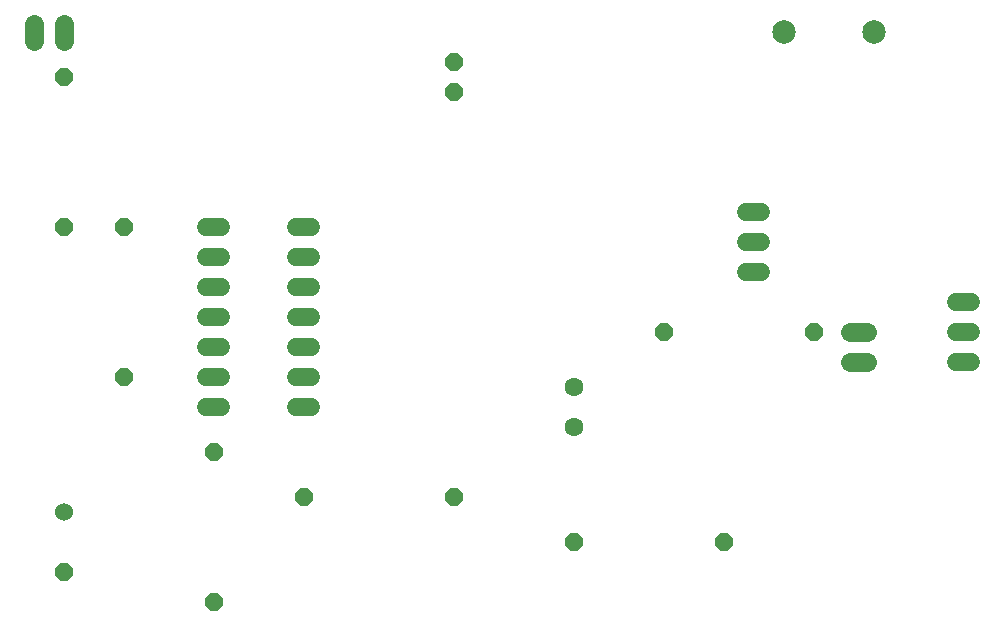
<source format=gbr>
G04 EAGLE Gerber X2 export*
%TF.Part,Single*%
%TF.FileFunction,Soldermask,Bot,1*%
%TF.FilePolarity,Negative*%
%TF.GenerationSoftware,Autodesk,EAGLE,9.1.0*%
%TF.CreationDate,2018-07-17T12:46:28Z*%
G75*
%MOMM*%
%FSLAX34Y34*%
%LPD*%
%AMOC8*
5,1,8,0,0,1.08239X$1,22.5*%
G01*
%ADD10P,1.649562X8X292.500000*%
%ADD11C,1.524000*%
%ADD12C,1.625600*%
%ADD13C,1.524000*%
%ADD14C,1.603200*%
%ADD15P,1.649562X8X112.500000*%
%ADD16P,1.649562X8X22.500000*%
%ADD17P,1.649562X8X202.500000*%
%ADD18C,1.993200*%


D10*
X114300Y127000D03*
D11*
X114300Y177800D03*
D12*
X780288Y304800D02*
X794512Y304800D01*
X794512Y330200D02*
X780288Y330200D01*
D13*
X247904Y419100D02*
X234696Y419100D01*
X234696Y393700D02*
X247904Y393700D01*
X247904Y266700D02*
X234696Y266700D01*
X310896Y266700D02*
X324104Y266700D01*
X247904Y368300D02*
X234696Y368300D01*
X234696Y342900D02*
X247904Y342900D01*
X247904Y292100D02*
X234696Y292100D01*
X234696Y317500D02*
X247904Y317500D01*
X310896Y292100D02*
X324104Y292100D01*
X324104Y317500D02*
X310896Y317500D01*
X310896Y342900D02*
X324104Y342900D01*
X324104Y368300D02*
X310896Y368300D01*
X310896Y393700D02*
X324104Y393700D01*
X324104Y419100D02*
X310896Y419100D01*
D14*
X546100Y283700D03*
X546100Y249700D03*
D10*
X444500Y558800D03*
X444500Y533400D03*
D15*
X114300Y419100D03*
X114300Y546100D03*
X165100Y292100D03*
X165100Y419100D03*
D16*
X317500Y190500D03*
X444500Y190500D03*
D10*
X241300Y228600D03*
X241300Y101600D03*
D17*
X673100Y152400D03*
X546100Y152400D03*
X749300Y330200D03*
X622300Y330200D03*
D13*
X869696Y355600D02*
X882904Y355600D01*
X882904Y304800D02*
X869696Y304800D01*
X869696Y330200D02*
X882904Y330200D01*
X705104Y431800D02*
X691896Y431800D01*
X691896Y381000D02*
X705104Y381000D01*
X705104Y406400D02*
X691896Y406400D01*
D12*
X88900Y577088D02*
X88900Y591312D01*
X114300Y591312D02*
X114300Y577088D01*
D18*
X723900Y584200D03*
X800100Y584200D03*
M02*

</source>
